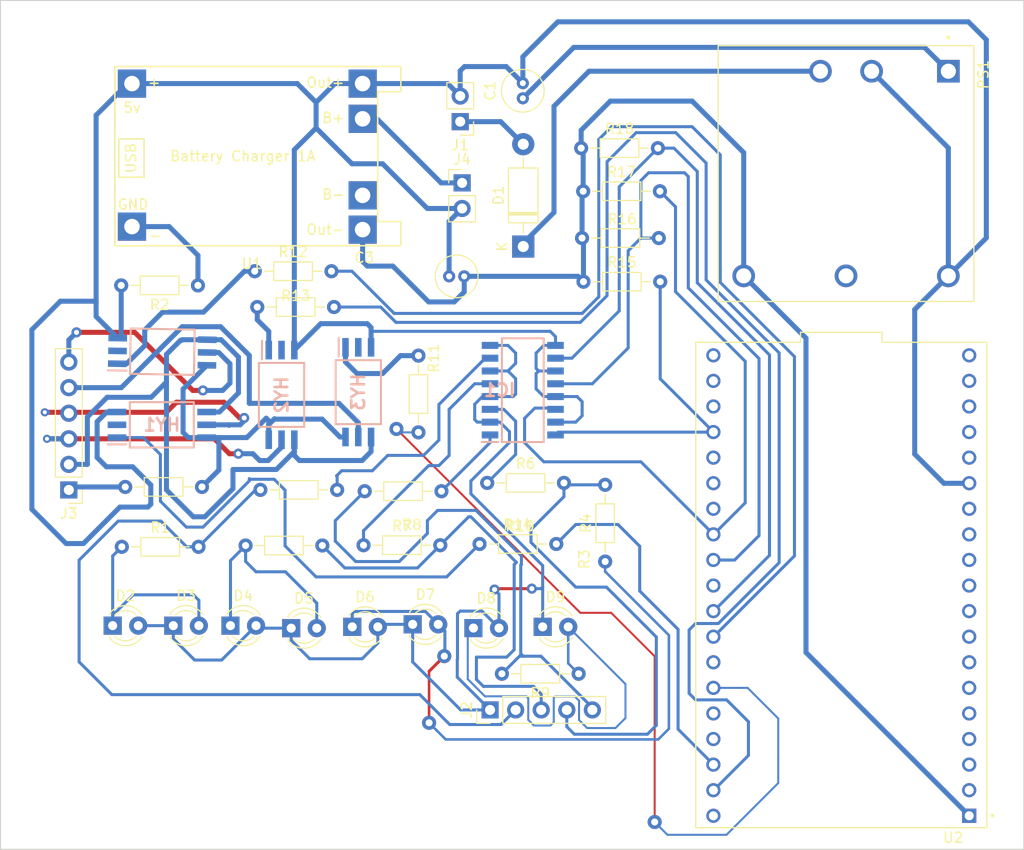
<source format=kicad_pcb>
(kicad_pcb (version 20240108) (generator "pcbnew") (generator_version "8.0")
  (layers (0 "F.Cu" signal) (31 "B.Cu" signal) (34 "B.Paste" user) (35 "F.Paste" user) (36 "B.SilkS" user "B.Silkscreen") (37 "F.SilkS" user "F.Silkscreen") (38 "B.Mask" user) (39 "F.Mask" user) (44 "Edge.Cuts" user))
  (net 0 "")
  (net 1 "GND")
  (net 2 "Net-(D2-K)")
  (net 3 "Net-(D4-K)")
  (net 4 "Net-(D6-K)")
  (net 5 "Net-(D8-K)")
  (net 6 "Net-(HY1-ANODE)")
  (net 8 "Net-(HY1-VSS)")
  (net 9 "Net-(HY1-VO)")
  (net 10 "Net-(HY1-VDD)")
  (net 11 "Net-(HY2-ANODE)")
  (net 13 "Net-(HY2-VO)")
  (net 14 "Net-(HY3-ANODE)")
  (net 16 "Net-(HY3-VO)")
  (net 17 "Net-(HY4-ANODE)")
  (net 19 "Net-(HY4-VO)")
  (net 20 "Net-(IC1-ANODE_1)")
  (net 21 "Net-(IC1-ANODE_2)")
  (net 22 "Net-(IC1-ANODE_3)")
  (net 23 "Net-(IC1-ANODE_4)")
  (net 24 "Net-(IC1-COLLECTOR_1)")
  (net 25 "Net-(IC1-COLLECTOR_2)")
  (net 26 "Net-(IC1-COLLECTOR_3)")
  (net 27 "Net-(IC1-COLLECTOR_4)")
  (net 28 "Net-(J3-Pin_1)")
  (net 30 "Net-(U1-PROG)")
  (net 60 "Net-(U1-BAT)")
  (net 61 "Comm")
  (net 62 "p5")
  (net 63 "p4")
  (net 64 "p3")
  (net 65 "p2")
  (net 66 "3v3")
  (net 67 "Net-(D1-K)")
  (net 68 "Net-(D1-A)")
  (net 69 "Net-(U2-IO21)")
  (net 70 "Net-(U2-IO19)")
  (net 71 "Net-(U2-IO23)")
  (net 72 "Net-(U2-IO22)")
  (net 73 "Net-(PS1-CTRL)")
  (footprint "Resistor_THT:R_Axial_DIN0204_L3.6mm_D1.6mm_P7.62mm_Horizontal" (layer "F.Cu") (at 96.98 77.61 180)
    (property "Reference" "R2")
    (property "Value" "R")
  )
  (footprint "LED_THT:LED_D3.0mm" (layer "F.Cu") (at 131.208 111.513)
    (property "Reference" "D9")
    (property "Value" "LED")
  )
  (footprint "Capacitor_THT:C_Radial_D4.0mm_H5.0mm_P1.50mm" (layer "F.Cu") (at 123.42 76.708 180)
    (property "Reference" "C3")
    (property "Value" "C")
  )
  (footprint "ESP32-DEVKITS:MODULE_ESP32-DEVKITS" (layer "F.Cu") (at 160.86 107.36 180)
    (property "Reference" "U2")
    (property "Value" "ESP32-DEVKITS")
  )
  (footprint "LED_THT:LED_D3.0mm" (layer "F.Cu") (at 106.238 111.643)
    (property "Reference" "D5")
    (property "Value" "LED")
  )
  (footprint "LED_THT:LED_D3.0mm" (layer "F.Cu") (at 124.333 111.633)
    (property "Reference" "D8")
    (property "Value" "LED")
  )
  (footprint "Resistor_THT:R_Axial_DIN0204_L3.6mm_D1.6mm_P7.62mm_Horizontal" (layer "F.Cu") (at 102.616 76.2)
    (property "Reference" "R12")
    (property "Value" "R")
  )
  (footprint "Resistor_THT:R_Axial_DIN0204_L3.6mm_D1.6mm_P7.62mm_Horizontal" (layer "F.Cu") (at 89.421 103.565)
    (property "Reference" "R1")
    (property "Value" "R")
  )
  (footprint "Resistor_THT:R_Axial_DIN0204_L3.6mm_D1.6mm_P7.62mm_Horizontal" (layer "F.Cu") (at 135.12 72.91)
    (property "Reference" "R16")
    (property "Value" "R")
  )
  (footprint "Resistor_THT:R_Axial_DIN0204_L3.6mm_D1.6mm_P7.62mm_Horizontal" (layer "F.Cu") (at 113.421 103.405)
    (property "Reference" "R7")
    (property "Value" "R")
  )
  (footprint "Connector_PinHeader_2.54mm:PinHeader_1x06_P2.54mm_Vertical" (layer "F.Cu") (at 84.16 97.92 180)
    (property "Reference" "J3")
    (property "Value" "Conn_01x06_Pin")
  )
  (footprint "Resistor_THT:R_Axial_DIN0204_L3.6mm_D1.6mm_P7.62mm_Horizontal" (layer "F.Cu") (at 137.414 105.029 90)
    (property "Reference" "R4")
    (property "Value" "R")
  )
  (footprint "TP4056-18650-master:TP4056-18650" (layer "F.Cu") (at 88.73 55.87)
    (property "Reference" "U1")
    (property "Value" "TP4056")
  )
  (footprint "Capacitor_THT:C_Radial_D4.0mm_H5.0mm_P1.50mm" (layer "F.Cu") (at 129.24 59.03 90)
    (property "Reference" "C1")
    (property "Value" "C")
  )
  (footprint "Resistor_THT:R_Axial_DIN0204_L3.6mm_D1.6mm_P7.62mm_Horizontal" (layer "F.Cu") (at 110.8 97.91 180)
    (property "Reference" "R8")
    (property "Value" "R")
  )
  (footprint "Resistor_THT:R_Axial_DIN0204_L3.6mm_D1.6mm_P7.62mm_Horizontal" (layer "F.Cu") (at 135.03 63.98)
    (property "Reference" "R18")
    (property "Value" "R")
  )
  (footprint "Resistor_THT:R_Axial_DIN0204_L3.6mm_D1.6mm_P7.62mm_Horizontal" (layer "F.Cu") (at 97.38 97.62 180)
    (property "Reference" "R10")
    (property "Value" "R")
  )
  (footprint "LED_THT:LED_D3.0mm" (layer "F.Cu") (at 94.533 111.393)
    (property "Reference" "D3")
    (property "Value" "LED")
  )
  (footprint "Resistor_THT:R_Axial_DIN0204_L3.6mm_D1.6mm_P7.62mm_Horizontal" (layer "F.Cu") (at 134.78 116.17 180)
    (property "Reference" "R9")
    (property "Value" "R")
  )
  (footprint "Resistor_THT:R_Axial_DIN0204_L3.6mm_D1.6mm_P7.62mm_Horizontal" (layer "F.Cu") (at 101.711 103.435)
    (property "Reference" "R3")
    (property "Value" "R")
  )
  (footprint "LED_THT:LED_D3.0mm" (layer "F.Cu") (at 112.303 111.513)
    (property "Reference" "D6")
    (property "Value" "LED")
  )
  (footprint "Connector_PinHeader_2.54mm:PinHeader_1x02_P2.54mm_Vertical" (layer "F.Cu") (at 123.02 61.35 180)
    (property "Reference" "J1")
    (property "Value" "1725656")
  )
  (footprint "Connector_PinHeader_2.54mm:PinHeader_1x05_P2.54mm_Vertical" (layer "F.Cu") (at 125.984 119.761 90)
    (property "Reference" "J2")
    (property "Value" "Conn_01x05_Pin")
  )
  (footprint "Resistor_THT:R_Axial_DIN0204_L3.6mm_D1.6mm_P7.62mm_Horizontal" (layer "F.Cu") (at 125.7 97.22)
    (property "Reference" "R6")
    (property "Value" "~")
  )
  (footprint "Connector_PinHeader_2.54mm:PinHeader_1x02_P2.54mm_Vertical" (layer "F.Cu") (at 123.21 67.43)
    (property "Reference" "J4")
    (property "Value" "1725656")
  )
  (footprint "Diode_THT:D_DO-41_SOD81_P10.16mm_Horizontal" (layer "F.Cu") (at 129.28 73.75 90)
    (property "Reference" "D1")
    (property "Value" "1N4007")
  )
  (footprint "Resistor_THT:R_Axial_DIN0204_L3.6mm_D1.6mm_P7.62mm_Horizontal" (layer "F.Cu") (at 102.87 79.756)
    (property "Reference" "R13")
    (property "Value" "R")
  )
  (footprint "Resistor_THT:R_Axial_DIN0204_L3.6mm_D1.6mm_P7.62mm_Horizontal" (layer "F.Cu") (at 124.941 103.285)
    (property "Reference" "R14")
    (property "Value" "R")
  )
  (footprint "Resistor_THT:R_Axial_DIN0204_L3.6mm_D1.6mm_P7.62mm_Horizontal" (layer "F.Cu") (at 121.158 98.044 180)
    (property "Reference" "R5" (hide yes))
    (property "Value" "R")
  )
  (footprint "Resistor_THT:R_Axial_DIN0204_L3.6mm_D1.6mm_P7.62mm_Horizontal" (layer "F.Cu") (at 135.26 77.24)
    (property "Reference" "R15")
    (property "Value" "R")
  )
  (footprint "LED_THT:LED_D3.0mm" (layer "F.Cu") (at 118.298 111.263)
    (property "Reference" "D7")
    (property "Value" "LED")
  )
  (footprint "Resistor_THT:R_Axial_DIN0204_L3.6mm_D1.6mm_P7.62mm_Horizontal" (layer "F.Cu") (at 135.23 68.26)
    (property "Reference" "R17")
    (property "Value" "R")
  )
  (footprint "LED_THT:LED_D3.0mm" (layer "F.Cu") (at 100.208 111.393)
    (property "Reference" "D4")
    (property "Value" "LED")
  )
  (footprint "Resistor_THT:R_Axial_DIN0204_L3.6mm_D1.6mm_P7.62mm_Horizontal" (layer "F.Cu") (at 118.872 84.582 -90)
    (property "Reference" "R11")
    (property "Value" "R")
  )
  (footprint "LED_THT:LED_D3.0mm" (layer "F.Cu") (at 88.513 111.393)
    (property "Reference" "D2")
    (property "Value" "LED")
  )
  (footprint "URB2405YMD_20WR3 (1):CONV_URB2405YMD-20WR3" (layer "F.Cu") (at 161.33 66.5025 -90)
    (property "Reference" "PS1")
    (property "Value" "URB2405YMD-20WR3")
  )
  (footprint "FOD8314:SOIC127P970X348-6N" (layer "B.Cu") (at 105.28 88.48 -90)
    (property "Reference" "HY2")
    (property "Value" "FOD8314" (hide yes))
  )
  (footprint "TLP:SOIC127P700X230-16N" (layer "B.Cu") (at 129.234 88.011)
    (property "Reference" "IC1")
    (property "Value" "TLP291-4_GB-TP,E_" (hide yes))
  )
  (footprint "FOD8314:SOIC127P970X348-6N" (layer "B.Cu") (at 112.9 88.21 -90)
    (property "Reference" "HY3")
    (property "Value" "FOD8314" (hide yes))
  )
  (footprint "FOD8314:SOIC127P970X348-6N" (layer "B.Cu") (at 93.442842 84.19253 -1)
    (property "Reference" "HY4" (hide yes))
    (property "Value" "FOD8314" (hide yes))
  )
  (footprint "FOD8314:SOIC127P970X348-6N" (layer "B.Cu") (at 93.39 91.45)
    (property "Reference" "HY1")
    (property "Value" "FOD8314" (hide yes))
  )
  (gr_line (start 77.375 133.6) (end 178.975 133.6) (stroke (width 0.1)) (layer "Edge.Cuts"))
  (gr_line (start 77.375 49.32) (end 77.375 133.6) (stroke (width 0.1)) (layer "Edge.Cuts"))
  (gr_line (start 178.975 49.32) (end 178.975 133.6) (stroke (width 0.1)) (layer "Edge.Cuts"))
  (gr_line (start 83.325 49.32) (end 178.975 49.32) (stroke (width 0.1)) (layer "Edge.Cuts"))
  (gr_line (start 77.375 49.32) (end 83.325 49.32) (stroke (width 0.1)) (layer "Edge.Cuts"))
  (segment (start 113.792 81.407) (end 109.173 81.407) (width 0.5) (layer "B.Cu") (net 1))
  (segment (start 130.81 86.106) (end 130.556 86.36) (width 0.3) (layer "B.Cu") (net 1))
  (segment (start 175.26 53.213) (end 173.482 51.435) (width 0.5) (layer "B.Cu") (net 1))
  (segment (start 87.93 90.18) (end 86.97 91.14) (width 0.5) (layer "B.Cu") (net 1))
  (segment (start 132.484 82.7) (end 131.953 82.169) (width 0.3) (layer "B.Cu") (net 1))
  (segment (start 134.493 91.186) (end 132.484 91.186) (width 0.3) (layer "B.Cu") (net 1))
  (segment (start 80.49 82.01) (end 83.32 79.18) (width 0.5) (layer "B.Cu") (net 1))
  (segment (start 92.3 97.42) (end 92.3 99.33) (width 0.5) (layer "B.Cu") (net 1))
  (segment (start 130.81 86.106) (end 132.484 86.106) (width 0.3) (layer "B.Cu") (net 1))
  (segment (start 90.004 57.57) (end 90.43 57.57) (width 0.5) (layer "B.Cu") (net 1))
  (segment (start 89.36 77.61) (end 89.36 82.500744) (width 0.5) (layer "B.Cu") (net 1))
  (segment (start 171.047 97.26) (end 173.58 97.26) (width 0.5) (layer "B.Cu") (net 1))
  (segment (start 175.26 72.8925) (end 175.26 53.213) (width 0.5) (layer "B.Cu") (net 1))
  (segment (start 130.556 85.852) (end 130.81 86.106) (width 0.3) (layer "B.Cu") (net 1))
  (segment (start 80.49 99.84) (end 80.49 82.01) (width 0.5) (layer "B.Cu") (net 1))
  (segment (start 114.17 81.785) (end 113.792 81.407) (width 0.5) (layer "B.Cu") (net 1))
  (segment (start 90.5 95.62) (end 92.3 97.42) (width 0.5) (layer "B.Cu") (net 1))
  (segment (start 86.97 94.7) (end 87.89 95.62) (width 0.5) (layer "B.Cu") (net 1))
  (segment (start 110.578 57.57) (end 108.712 59.436) (width 0.5) (layer "B.Cu") (net 1))
  (segment (start 123.444 55.88) (end 127.59 55.88) (width 0.5) (layer "B.Cu") (net 1))
  (segment (start 134.62 88.646) (end 135.128 89.154) (width 0.3) (layer "B.Cu") (net 1))
  (segment (start 132.484 83.566) (end 132.484 82.7) (width 0.3) (layer "B.Cu") (net 1))
  (segment (start 108.712 59.436) (end 106.846 57.57) (width 0.5) (layer "B.Cu") (net 1))
  (segment (start 88.94 90.18) (end 87.93 90.18) (width 0.5) (layer "B.Cu") (net 1))
  (segment (start 106.846 57.57) (end 90.43 57.57) (width 0.5) (layer "B.Cu") (net 1))
  (segment (start 132.484 83.566) (end 131.318 83.566) (width 0.3) (layer "B.Cu") (net 1))
  (segment (start 132.715 51.435) (end 129.24 54.91) (width 0.5) (layer "B.Cu") (net 1))
  (segment (start 113.33 57.57) (end 110.578 57.57) (width 0.5) (layer "B.Cu") (net 1))
  (segment (start 130.556 86.36) (end 130.556 87.884) (width 0.3) (layer "B.Cu") (net 1))
  (segment (start 121.78 57.57) (end 123.02 58.81) (width 0.5) (layer "B.Cu") (net 1))
  (segment (start 92.01 99.62) (end 89.23 99.62) (width 0.5) (layer "B.Cu") (net 1))
  (segment (start 121.92 76.708) (end 121.92 71.26) (width 0.5) (layer "B.Cu") (net 1))
  (segment (start 119.754 69.97) (end 123.21 69.97) (width 0.5) (layer "B.Cu") (net 1))
  (segment (start 135.128 90.551) (end 134.493 91.186) (width 0.3) (layer "B.Cu") (net 1))
  (segment (start 163.87 56.3425) (end 171.49 63.9625) (width 0.5) (layer "B.Cu") (net 1))
  (segment (start 173.482 51.435) (end 132.715 51.435) (width 0.5) (layer "B.Cu") (net 1))
  (segment (start 89.23 99.62) (end 85.61 103.24) (width 0.5) (layer "B.Cu") (net 1))
  (segment (start 108.712 61.976) (end 112.268 65.532) (width 0.5) (layer "B.Cu") (net 1))
  (segment (start 85.61 103.24) (end 83.89 103.24) (width 0.5) (layer "B.Cu") (net 1))
  (segment (start 86.868 80.697376) (end 86.868 79.3) (width 0.5) (layer "B.Cu") (net 1))
  (segment (start 86.868 79.3) (end 86.868 60.706) (width 0.5) (layer "B.Cu") (net 1))
  (segment (start 112.268 65.532) (end 115.316 65.532) (width 0.5) (layer "B.Cu") (net 1))
  (segment (start 115.316 65.532) (end 119.754 69.97) (width 0.5) (layer "B.Cu") (net 1))
  (segment (start 89.36 82.500744) (end 89.015684 82.84506) (width 0.5) (layer "B.Cu") (net 1))
  (segment (start 171.49 63.9625) (end 171.49 76.6625) (width 0.5) (layer "B.Cu") (net 1))
  (segment (start 114.17 82.169) (end 114.17 83.76) (width 0.3) (layer "B.Cu") (net 1))
  (segment (start 114.17 83.76) (end 114.17 81.785) (width 0.5) (layer "B.Cu") (net 1))
  (segment (start 131.318 88.646) (end 132.484 88.646) (width 0.3) (layer "B.Cu") (net 1))
  (segment (start 131.318 83.566) (end 130.556 84.328) (width 0.3) (layer "B.Cu") (net 1))
  (segment (start 131.953 82.169) (end 114.17 82.169) (width 0.3) (layer "B.Cu") (net 1))
  (segment (start 106.55 64.138) (end 106.55 84.03) (width 0.5) (layer "B.Cu") (net 1))
  (segment (start 92.3 99.33) (end 92.01 99.62) (width 0.5) (layer "B.Cu") (net 1))
  (segment (start 168.148 80.0045) (end 168.148 94.361) (width 0.5) (layer "B.Cu") (net 1))
  (segment (start 108.712 59.436) (end 108.712 61.976) (width 0.5) (layer "B.Cu") (net 1))
  (segment (start 121.92 71.26) (end 123.21 69.97) (width 0.5) (layer "B.Cu") (net 1))
  (segment (start 130.556 87.884) (end 131.318 88.646) (width 0.3) (layer "B.Cu") (net 1))
  (segment (start 83.89 103.24) (end 80.49 99.84) (width 0.5) (layer "B.Cu") (net 1))
  (segment (start 135.128 89.154) (end 135.128 90.551) (width 0.3) (layer "B.Cu") (net 1))
  (segment (start 89.015684 82.84506) (end 86.868 80.697376) (width 0.5) (layer "B.Cu") (net 1))
  (segment (start 86.868 60.706) (end 90.004 57.57) (width 0.5) (layer "B.Cu") (net 1))
  (segment (start 86.748 79.18) (end 86.868 79.3) (width 0.5) (layer "B.Cu") (net 1))
  (segment (start 123.02 56.304) (end 123.444 55.88) (width 0.5) (layer "B.Cu") (net 1))
  (segment (start 109.173 81.407) (end 106.55 84.03) (width 0.5) (layer "B.Cu") (net 1))
  (segment (start 168.148 94.361) (end 171.047 97.26) (width 0.5) (layer "B.Cu") (net 1))
  (segment (start 130.556 84.328) (end 130.556 85.852) (width 0.3) (layer "B.Cu") (net 1))
  (segment (start 171.49 76.6625) (end 175.26 72.8925) (width 0.5) (layer "B.Cu") (net 1))
  (segment (start 171.49 76.6625) (end 168.148 80.0045) (width 0.5) (layer "B.Cu") (net 1))
  (segment (start 108.712 61.976) (end 106.55 64.138) (width 0.5) (layer "B.Cu") (net 1))
  (segment (start 86.97 91.14) (end 86.97 94.7) (width 0.5) (layer "B.Cu") (net 1))
  (segment (start 127.59 55.88) (end 129.24 57.53) (width 0.5) (layer "B.Cu") (net 1))
  (segment (start 129.24 54.91) (end 129.24 57.53) (width 0.5) (layer "B.Cu") (net 1))
  (segment (start 132.484 88.646) (end 134.62 88.646) (width 0.3) (layer "B.Cu") (net 1))
  (segment (start 123.02 58.81) (end 123.02 56.304) (width 0.5) (layer "B.Cu") (net 1))
  (segment (start 113.33 57.57) (end 121.78 57.57) (width 0.5) (layer "B.Cu") (net 1))
  (segment (start 83.32 79.18) (end 86.748 79.18) (width 0.5) (layer "B.Cu") (net 1))
  (segment (start 87.89 95.62) (end 90.5 95.62) (width 0.5) (layer "B.Cu") (net 1))
  (segment (start 97.073 108.884) (end 96.52 108.331) (width 0.3) (layer "B.Cu") (net 2))
  (segment (start 97.073 111.393) (end 97.073 108.884) (width 0.3) (layer "B.Cu") (net 2))
  (segment (start 96.52 108.331) (end 90.545 108.331) (width 0.3) (layer "B.Cu") (net 2))
  (segment (start 90.545 108.331) (end 88.513 110.363) (width 0.3) (layer "B.Cu") (net 2))
  (segment (start 88.513 104.473) (end 89.421 103.565) (width 0.3) (layer "B.Cu") (net 2))
  (segment (start 88.513 111.393) (end 88.513 110.363) (width 0.3) (layer "B.Cu") (net 2))
  (segment (start 88.513 110.363) (end 88.513 104.473) (width 0.3) (layer "B.Cu") (net 2))
  (segment (start 105.664 106.045) (end 102.743 106.045) (width 0.3) (layer "B.Cu") (net 3))
  (segment (start 101.711 103.435) (end 100.208 104.938) (width 0.3) (layer "B.Cu") (net 3))
  (segment (start 102.743 106.045) (end 101.711 105.013) (width 0.3) (layer "B.Cu") (net 3))
  (segment (start 101.711 105.013) (end 101.711 103.435) (width 0.3) (layer "B.Cu") (net 3))
  (segment (start 108.778 111.643) (end 108.778 109.159) (width 0.3) (layer "B.Cu") (net 3))
  (segment (start 108.778 109.159) (end 105.664 106.045) (width 0.3) (layer "B.Cu") (net 3))
  (segment (start 100.208 104.938) (end 100.208 111.393) (width 0.3) (layer "B.Cu") (net 3))
  (segment (start 119.93 121.04) (end 119.93 115.93) (width 0.254) (layer "F.Cu") (net 4))
  (segment (start 121.44 114.42) (end 119.93 115.93) (width 0.3) (layer "F.Cu") (net 4))
  (via (at 121.44 114.42) (size 1.4) (drill 0.7) (layers "F.Cu" "B.Cu") (net 4))
  (via (at 119.93 121.04) (size 1.4) (drill 0.7) (layers "F.Cu" "B.Cu") (net 4))
  (segment (start 112.303 110.201) (end 112.303 111.513) (width 0.3) (layer "B.Cu") (net 4))
  (segment (start 143.74 112.344949) (end 137.414 106.018949) (width 0.254) (layer "B.Cu") (net 4))
  (segment (start 119.557 109.982) (end 112.522 109.982) (width 0.3) (layer "B.Cu") (net 4))
  (segment (start 121.5 114.36) (end 121.5 111.925) (width 0.3) (layer "B.Cu") (net 4))
  (segment (start 142.68 122.69) (end 143.74 121.63) (width 0.254) (layer "B.Cu") (net 4))
  (segment (start 120.838 111.263) (end 119.557 109.982) (width 0.3) (layer "B.Cu") (net 4))
  (segment (start 121.58 122.69) (end 142.68 122.69) (width 0.254) (layer "B.Cu") (net 4))
  (segment (start 121.44 114.42) (end 121.5 114.36) (width 0.3) (layer "B.Cu") (net 4))
  (segment (start 137.414 106.018949) (end 137.414 105.029) (width 0.254) (layer "B.Cu") (net 4))
  (segment (start 143.74 121.63) (end 143.74 112.344949) (width 0.254) (layer "B.Cu") (net 4))
  (segment (start 121.5 111.925) (end 120.838 111.263) (width 0.3) (layer "B.Cu") (net 4))
  (segment (start 112.522 109.982) (end 112.303 110.201) (width 0.3) (layer "B.Cu") (net 4))
  (segment (start 119.93 121.04) (end 121.58 122.69) (width 0.254) (layer "B.Cu") (net 4))
  (segment (start 135.62 121.56) (end 138.44 121.56) (width 0.2) (layer "B.Cu") (net 5))
  (segment (start 131.97 121.31) (end 132.31 120.97) (width 0.2) (layer "B.Cu") (net 5))
  (segment (start 132.31 120.97) (end 132.31 118.55) (width 0.2) (layer "B.Cu") (net 5))
  (segment (start 132.31 118.55) (end 132.43 118.43) (width 0.2) (layer "B.Cu") (net 5))
  (segment (start 134.82 118.846396) (end 134.82 120.76) (width 0.2) (layer "B.Cu") (net 5))
  (segment (start 129.59 118.41) (end 129.78 118.6) (width 0.2) (layer "B.Cu") (net 5))
  (segment (start 139.43 120.57) (end 139.43 117.195) (width 0.2) (layer "B.Cu") (net 5))
  (segment (start 129.78 118.6) (end 129.78 120.75) (width 0.2) (layer "B.Cu") (net 5))
  (segment (start 133.748 115.138) (end 134.78 116.17) (width 0.254) (layer "B.Cu") (net 5))
  (segment (start 125.48 118.41) (end 129.59 118.41) (width 0.2) (layer "B.Cu") (net 5))
  (segment (start 134.82 120.76) (end 135.62 121.56) (width 0.2) (layer "B.Cu") (net 5))
  (segment (start 123.77 112.196) (end 123.77 116.7) (width 0.2) (layer "B.Cu") (net 5))
  (segment (start 138.44 121.56) (end 139.43 120.57) (width 0.2) (layer "B.Cu") (net 5))
  (segment (start 124.333 111.633) (end 123.77 112.196) (width 0.2) (layer "B.Cu") (net 5))
  (segment (start 132.43 118.43) (end 134.403604 118.43) (width 0.2) (layer "B.Cu") (net 5))
  (segment (start 134.403604 118.43) (end 134.82 118.846396) (width 0.2) (layer "B.Cu") (net 5))
  (segment (start 130.34 121.31) (end 131.97 121.31) (width 0.2) (layer "B.Cu") (net 5))
  (segment (start 133.748 111.513) (end 133.748 115.138) (width 0.254) (layer "B.Cu") (net 5))
  (segment (start 139.43 117.195) (end 133.748 111.513) (width 0.2) (layer "B.Cu") (net 5))
  (segment (start 129.78 120.75) (end 130.34 121.31) (width 0.2) (layer "B.Cu") (net 5))
  (segment (start 123.77 116.7) (end 125.48 118.41) (width 0.2) (layer "B.Cu") (net 5))
  (segment (start 105.63 97.94) (end 104.55 96.86) (width 0.3) (layer "B.Cu") (net 6))
  (segment (start 97.485528 101.61) (end 95.83 101.61) (width 0.3) (layer "B.Cu") (net 6))
  (segment (start 104.55 96.86) (end 102.14 96.86) (width 0.3) (layer "B.Cu") (net 6))
  (segment (start 121.673 106.553) (end 108.712 106.553) (width 0.3) (layer "B.Cu") (net 6))
  (segment (start 93.253 99.033) (end 93.253 94.403) (width 0.3) (layer "B.Cu") (net 6))
  (segment (start 124.941 103.285) (end 121.673 106.553) (width 0.3) (layer "B.Cu") (net 6))
  (segment (start 108.712 106.553) (end 105.63 103.471) (width 0.3) (layer "B.Cu") (net 6))
  (segment (start 93.253 94.403) (end 91.57 92.72) (width 0.3) (layer "B.Cu") (net 6))
  (segment (start 105.63 103.471) (end 105.63 97.94) (width 0.3) (layer "B.Cu") (net 6))
  (segment (start 95.83 101.61) (end 93.253 99.033) (width 0.3) (layer "B.Cu") (net 6))
  (segment (start 102.08 97.015528) (end 97.485528 101.61) (width 0.3) (layer "B.Cu") (net 6))
  (segment (start 102.14 96.86) (end 102.08 96.8) (width 0.3) (layer "B.Cu") (net 6))
  (segment (start 91.57 92.72) (end 88.94 92.72) (width 0.3) (layer "B.Cu") (net 6))
  (segment (start 102.08 96.8) (end 102.08 97.015528) (width 0.3) (layer "B.Cu") (net 6))
  (segment (start 95.377 83.058) (end 95.434613 83.000387) (width 0.5) (layer "B.Cu") (net 8))
  (segment (start 114.17 94.11) (end 114.17 92.66) (width 0.5) (layer "B.Cu") (net 8))
  (segment (start 85.99 95.38) (end 86 95.37) (width 0.5) (layer "B.Cu") (net 8))
  (segment (start 92.333 88.72) (end 93.853 87.2) (width 0.5) (layer "B.Cu") (net 8))
  (segment (start 113.284 94.996) (end 114.17 94.11) (width 0.5) (layer "B.Cu") (net 8))
  (segment (start 97.663 100.584) (end 96.52 100.584) (width 0.5) (layer "B.Cu") (net 8))
  (segment (start 84.16 95.38) (end 85.99 95.38) (width 0.5) (layer "B.Cu") (net 8))
  (segment (start 106.55 94.485) (end 107.061 94.996) (width 0.5) (layer "B.Cu") (net 8))
  (segment (start 101 84.72) (end 99.280387 83.000387) (width 0.5) (layer "B.Cu") (net 8))
  (segment (start 99.11 90.18) (end 101 88.29) (width 0.5) (layer "B.Cu") (net 8))
  (segment (start 93.853 87.2) (end 93.853 86.995) (width 0.5) (layer "B.Cu") (net 8))
  (segment (start 96.52 100.584) (end 93.853 97.917) (width 0.5) (layer "B.Cu") (net 8))
  (segment (start 100.457 95.885) (end 100.457 97.79) (width 0.5) (layer "B.Cu") (net 8))
  (segment (start 106.55 92.93) (end 106.55 94.107) (width 0.5) (layer "B.Cu") (net 8))
  (segment (start 101 88.29) (end 101 84.72) (width 0.5) (layer "B.Cu") (net 8))
  (segment (start 86 90.68) (end 87.96 88.72) (width 0.5) (layer "B.Cu") (net 8))
  (segment (start 86 95.37) (end 86 90.68) (width 0.5) (layer "B.Cu") (net 8))
  (segment (start 93.853 86.995) (end 93.853 84.455) (width 0.5) (layer "B.Cu") (net 8))
  (segment (start 99.280387 83.000387) (end 97.914329 83.000387) (width 0.5) (layer "B.Cu") (net 8))
  (segment (start 93.853 97.917) (end 93.853 87.2) (width 0.5) (layer "B.Cu") (net 8))
  (segment (start 95.434613 83.000387) (end 97.914329 83.000387) (width 0.5) (layer "B.Cu") (net 8))
  (segment (start 106.55 94.107) (end 104.772 95.885) (width 0.5) (layer "B.Cu") (net 8))
  (segment (start 97.84 90.18) (end 99.11 90.18) (width 0.5) (layer "B.Cu") (net 8))
  (segment (start 95.25 83.058) (end 95.377 83.058) (width 0.5) (layer "B.Cu") (net 8))
  (segment (start 87.96 88.72) (end 92.333 88.72) (width 0.5) (layer "B.Cu") (net 8))
  (segment (start 93.853 84.455) (end 95.25 83.058) (width 0.5) (layer "B.Cu") (net 8))
  (segment (start 104.772 95.885) (end 100.457 95.885) (width 0.5) (layer "B.Cu") (net 8))
  (segment (start 107.061 94.996) (end 113.284 94.996) (width 0.5) (layer "B.Cu") (net 8))
  (segment (start 100.457 97.79) (end 97.663 100.584) (width 0.5) (layer "B.Cu") (net 8))
  (segment (start 106.55 94.107) (end 106.55 94.485) (width 0.5) (layer "B.Cu") (net 8))
  (segment (start 101.57 90.77) (end 101.13 90.77) (width 0.5) (layer "F.Cu") (net 9))
  (segment (start 93.84 90.21) (end 81.77 90.21) (width 0.5) (layer "F.Cu") (net 9))
  (segment (start 99.57 89.21) (end 94.84 89.21) (width 0.5) (layer "F.Cu") (net 9))
  (segment (start 94.84 89.21) (end 93.84 90.21) (width 0.5) (layer "F.Cu") (net 9))
  (segment (start 101.13 90.77) (end 99.57 89.21) (width 0.5) (layer "F.Cu") (net 9))
  (via (at 81.77 90.21) (size 0.8) (drill 0.4) (layers "F.Cu" "B.Cu") (net 9))
  (via (at 101.57 90.77) (size 1) (drill 0.5) (layers "F.Cu" "B.Cu") (net 9))
  (segment (start 100.01 91.45) (end 100.07 91.51) (width 0.5) (layer "B.Cu") (net 9))
  (segment (start 99.85 91.45) (end 97.84 91.45) (width 0.5) (layer "B.Cu") (net 9))
  (segment (start 82.05 90.21) (end 81.77 90.21) (width 0.5) (layer "B.Cu") (net 9))
  (segment (start 101.17 91.45) (end 100.01 91.45) (width 0.5) (layer "B.Cu") (net 9))
  (segment (start 101.79 90.83) (end 101.17 91.45) (width 0.5) (layer "B.Cu") (net 9))
  (segment (start 101.83 92.72) (end 103.755 90.795) (width 0.5) (layer "B.Cu") (net 10))
  (segment (start 97.38 97.62) (end 99.06 95.94) (width 0.5) (layer "B.Cu") (net 10))
  (segment (start 97.87 85.54) (end 95.504 87.906) (width 0.5) (layer "B.Cu") (net 10))
  (segment (start 104.01 91.42) (end 104.01 92.93) (width 0.5) (layer "B.Cu") (net 10))
  (segment (start 99.06 95.94) (end 99.06 92.73) (width 0.5) (layer "B.Cu") (net 10))
  (segment (start 104.01 91.05) (end 104.01 92.93) (width 0.5) (layer "B.Cu") (net 10))
  (segment (start 95.504 92.202) (end 96.022 92.72) (width 0.5) (layer "B.Cu") (net 10))
  (segment (start 111.63 92.66) (end 111.08 92.66) (width 0.5) (layer "B.Cu") (net 10))
  (segment (start 104.58 90.85) (end 104.01 91.42) (width 0.5) (layer "B.Cu") (net 10))
  (segment (start 97.84 92.72) (end 99.07 92.72) (width 0.5) (layer "B.Cu") (net 10))
  (segment (start 103.755 90.795) (end 104.01 91.05) (width 0.5) (layer "B.Cu") (net 10))
  (segment (start 96.022 92.72) (end 97.84 92.72) (width 0.5) (layer "B.Cu") (net 10))
  (segment (start 99.06 92.73) (end 99.07 92.72) (width 0.5) (layer "B.Cu") (net 10))
  (segment (start 99.07 92.72) (end 101.83 92.72) (width 0.5) (layer "B.Cu") (net 10))
  (segment (start 111.08 92.66) (end 109.31 90.89) (width 0.5) (layer "B.Cu") (net 10))
  (segment (start 95.504 87.906) (end 95.504 92.202) (width 0.5) (layer "B.Cu") (net 10))
  (segment (start 109.31 90.89) (end 104.62 90.89) (width 0.5) (layer "B.Cu") (net 10))
  (segment (start 104.62 90.89) (end 104.58 90.85) (width 0.5) (layer "B.Cu") (net 10))
  (segment (start 102.87 79.756) (end 102.87 81.026) (width 0.5) (layer "B.Cu") (net 11))
  (segment (start 104.01 82.166) (end 104.01 84.03) (width 0.5) (layer "B.Cu") (net 11))
  (segment (start 102.87 81.026) (end 104.01 82.166) (width 0.5) (layer "B.Cu") (net 11))
  (segment (start 100.1 94.32) (end 100.99 94.32) (width 0.5) (layer "F.Cu") (net 13))
  (segment (start 98.62 92.84) (end 100.1 94.32) (width 0.5) (layer "F.Cu") (net 13))
  (segment (start 81.99 92.84) (end 98.62 92.84) (width 0.5) (layer "F.Cu") (net 13))
  (via (at 81.99 92.84) (size 0.8) (drill 0.4) (layers "F.Cu" "B.Cu") (net 13))
  (via (at 100.99 94.32) (size 1) (drill 0.5) (layers "F.Cu" "B.Cu") (net 13))
  (segment (start 102.43 94.32) (end 103.11 95) (width 0.5) (layer "B.Cu") (net 13))
  (segment (start 105.28 93.67) (end 105.28 92.93) (width 0.5) (layer "B.Cu") (net 13))
  (segment (start 103.11 95) (end 103.95 95) (width 0.5) (layer "B.Cu") (net 13))
  (segment (start 84.16 92.84) (end 81.99 92.84) (width 0.5) (layer "B.Cu") (net 13))
  (segment (start 100.99 94.32) (end 102.43 94.32) (width 0.5) (layer "B.Cu") (net 13))
  (segment (start 103.95 95) (end 105.28 93.67) (width 0.5) (layer "B.Cu") (net 13))
  (segment (start 115.316 86.36) (end 117.094 84.582) (width 0.5) (layer "B.Cu") (net 14))
  (segment (start 111.63 85.214) (end 112.776 86.36) (width 0.5) (layer "B.Cu") (net 14))
  (segment (start 112.776 86.36) (end 115.316 86.36) (width 0.5) (layer "B.Cu") (net 14))
  (segment (start 111.63 83.76) (end 111.63 85.214) (width 0.5) (layer "B.Cu") (net 14))
  (segment (start 117.094 84.582) (end 118.872 84.582) (width 0.5) (layer "B.Cu") (net 14))
  (segment (start 89.37 87.76) (end 95.42 81.71) (width 0.5) (layer "B.Cu") (net 16))
  (segment (start 102.08 89.32) (end 110.985 89.32) (width 0.5) (layer "B.Cu") (net 16))
  (segment (start 99.23 81.71) (end 102.08 84.56) (width 0.5) (layer "B.Cu") (net 16))
  (segment (start 110.985 89.32) (end 112.9 91.235) (width 0.5) (layer "B.Cu") (net 16))
  (segment (start 95.42 81.71) (end 99.23 81.71) (width 0.5) (layer "B.Cu") (net 16))
  (segment (start 84.16 87.76) (end 89.37 87.76) (width 0.5) (layer "B.Cu") (net 16))
  (segment (start 112.9 91.235) (end 112.9 92.66) (width 0.5) (layer "B.Cu") (net 16))
  (segment (start 102.08 84.56) (end 102.08 89.32) (width 0.5) (layer "B.Cu") (net 16))
  (segment (start 93.472 80.264) (end 91.694 82.042) (width 0.5) (layer "B.Cu") (net 17))
  (segment (start 97.536 80.264) (end 93.472 80.264) (width 0.5) (layer "B.Cu") (net 17))
  (segment (start 91.694 83.587169) (end 91.694 82.042) (width 0.5) (layer "B.Cu") (net 17))
  (segment (start 88.971355 85.384673) (end 89.896496 85.384673) (width 0.5) (layer "B.Cu") (net 17))
  (segment (start 102.616 76.2) (end 101.6 76.2) (width 0.5) (layer "B.Cu") (net 17))
  (segment (start 89.896496 85.384673) (end 91.694 83.587169) (width 0.5) (layer "B.Cu") (net 17))
  (segment (start 101.6 76.2) (end 97.536 80.264) (width 0.5) (layer "B.Cu") (net 17))
  (segment (start 96.47 88.04) (end 97.47 88.04) (width 0.5) (layer "F.Cu") (net 19))
  (segment (start 96.19 87.76) (end 96.47 88.04) (width 0.5) (layer "F.Cu") (net 19))
  (segment (start 84.92 82.27) (end 90.7 82.27) (width 0.5) (layer "F.Cu") (net 19))
  (segment (start 90.7 82.27) (end 96.19 87.76) (width 0.5) (layer "F.Cu") (net 19))
  (via (at 84.92 82.27) (size 1) (drill 0.5) (layers "F.Cu" "B.Cu") (net 19))
  (via (at 97.47 88.04) (size 1) (drill 0.5) (layers "F.Cu" "B.Cu") (net 19))
  (segment (start 84.16 83.03) (end 84.92 82.27) (width 0.5) (layer "B.Cu") (net 19))
  (segment (start 100.16 87.31) (end 99.43 88.04) (width 0.5) (layer "B.Cu") (net 19))
  (segment (start 84.16 85.22) (end 84.16 83.03) (width 0.5) (layer "B.Cu") (net 19))
  (segment (start 99.040193 84.270193) (end 100.16 85.39) (width 0.5) (layer "B.Cu") (net 19))
  (segment (start 99.43 88.04) (end 97.47 88.04) (width 0.5) (layer "B.Cu") (net 19))
  (segment (start 97.892164 84.270193) (end 99.040193 84.270193) (width 0.5) (layer "B.Cu") (net 19))
  (segment (start 100.16 85.39) (end 100.16 87.31) (width 0.5) (layer "B.Cu") (net 19))
  (segment (start 125.984 92.456) (end 125.984 93.218) (width 0.3) (layer "B.Cu") (net 20))
  (segment (start 125.984 93.218) (end 121.158 98.044) (width 0.3) (layer "B.Cu") (net 20))
  (segment (start 128.524 91.094) (end 128.524 94.396) (width 0.3) (layer "B.Cu") (net 21))
  (segment (start 125.984 89.916) (end 127.346 89.916) (width 0.3) (layer "B.Cu") (net 21))
  (segment (start 127.346 89.916) (end 128.524 91.094) (width 0.3) (layer "B.Cu") (net 21))
  (segment (start 128.524 94.396) (end 125.7 97.22) (width 0.3) (layer "B.Cu") (net 21))
  (segment (start 125.984 87.376) (end 124.46 87.376) (width 0.3) (layer "B.Cu") (net 22))
  (segment (start 121.92 94.488) (end 120.904 95.504) (width 0.3) (layer "B.Cu") (net 22))
  (segment (start 124.46 87.376) (end 121.92 89.916) (width 0.3) (layer "B.Cu") (net 22))
  (segment (start 120.904 95.504) (end 119.888 95.504) (width 0.3) (layer "B.Cu") (net 22))
  (segment (start 121.92 89.916) (end 121.92 94.488) (width 0.3) (layer "B.Cu") (net 22))
  (segment (start 119.888 95.504) (end 113.421 101.971) (width 0.3) (layer "B.Cu") (net 22))
  (segment (start 113.421 101.971) (end 113.421 103.405) (width 0.3) (layer "B.Cu") (net 22))
  (segment (start 125.509 84.836) (end 120.904 89.441) (width 0.3) (layer "B.Cu") (net 23))
  (segment (start 125.984 84.836) (end 125.509 84.836) (width 0.3) (layer "B.Cu") (net 23))
  (segment (start 110.8 96.576) (end 110.8 97.91) (width 0.3) (layer "B.Cu") (net 23))
  (segment (start 120.904 92.964) (end 119.38 94.488) (width 0.3) (layer "B.Cu") (net 23))
  (segment (start 119.38 94.488) (end 115.824 94.488) (width 0.3) (layer "B.Cu") (net 23))
  (segment (start 114.3 96.012) (end 111.252 96.012) (width 0.3) (layer "B.Cu") (net 23))
  (segment (start 111.252 96.012) (end 110.744 96.52) (width 0.3) (layer "B.Cu") (net 23))
  (segment (start 120.904 89.441) (end 120.904 92.964) (width 0.3) (layer "B.Cu") (net 23))
  (segment (start 115.824 94.488) (end 114.3 96.012) (width 0.3) (layer "B.Cu") (net 23))
  (segment (start 110.744 96.52) (end 110.8 96.576) (width 0.3) (layer "B.Cu") (net 23))
  (segment (start 153.73 84.515) (end 146.56 77.345) (width 0.3) (layer "B.Cu") (net 24))
  (segment (start 138.811 80.137) (end 134.112 84.836) (width 0.3) (layer "B.Cu") (net 24))
  (segment (start 142.65 63.98) (end 138.811 67.819) (width 0.3) (layer "B.Cu") (net 24))
  (segment (start 146.56 66.296) (end 144.244 63.98) (width 0.3) (layer "B.Cu") (net 24))
  (segment (start 138.811 67.819) (end 138.811 80.137) (width 0.3) (layer "B.Cu") (net 24))
  (segment (start 146.56 77.345) (end 146.56 66.296) (width 0.3) (layer "B.Cu") (net 24))
  (segment (start 148.18 109.96) (end 153.73 104.41) (width 0.3) (layer "B.Cu") (net 24))
  (segment (start 144.244 63.98) (end 142.65 63.98) (width 0.3) (layer "B.Cu") (net 24))
  (segment (start 134.112 84.836) (end 132.484 84.836) (width 0.3) (layer "B.Cu") (net 24))
  (segment (start 153.73 104.41) (end 153.73 84.515) (width 0.3) (layer "B.Cu") (net 24))
  (segment (start 140.958 67.195) (end 140.958 72.91) (width 0.3) (layer "B.Cu") (net 25))
  (segment (start 132.484 87.376) (end 136.144 87.376) (width 0.3) (layer "B.Cu") (net 25))
  (segment (start 152.69 102.453) (end 152.69 84.872) (width 0.3) (layer "B.Cu") (net 25))
  (segment (start 141.732 66.421) (end 140.958 67.195) (width 0.3) (layer "B.Cu") (net 25))
  (segment (start 145.669 77.851) (end 145.669 66.802) (width 0.3) (layer "B.Cu") (net 25))
  (segment (start 150.263 104.88) (end 152.69 102.453) (width 0.3) (layer "B.Cu") (net 25))
  (segment (start 136.144 87.376) (end 139.7 83.82) (width 0.3) (layer "B.Cu") (net 25))
  (segment (start 152.69 84.872) (end 145.669 77.851) (width 0.3) (layer "B.Cu") (net 25))
  (segment (start 140.958 72.91) (end 142.74 72.91) (width 0.3) (layer "B.Cu") (net 25))
  (segment (start 148.18 104.88) (end 150.263 104.88) (width 0.3) (layer "B.Cu") (net 25))
  (segment (start 139.7 83.82) (end 139.7 74.168) (width 0.3) (layer "B.Cu") (net 25))
  (segment (start 145.288 66.421) (end 141.732 66.421) (width 0.3) (layer "B.Cu") (net 25))
  (segment (start 145.669 66.802) (end 145.288 66.421) (width 0.3) (layer "B.Cu") (net 25))
  (segment (start 139.7 74.168) (end 140.958 72.91) (width 0.3) (layer "B.Cu") (net 25))
  (segment (start 132.009 89.916) (end 131.882 89.789) (width 0.3) (layer "B.Cu") (net 26))
  (segment (start 142.85 68.26) (end 144.399 69.809) (width 0.3) (layer "B.Cu") (net 26))
  (segment (start 151.32 85.153) (end 151.32 99.2) (width 0.3) (layer "B.Cu") (net 26))
  (segment (start 131.318 95.123) (end 140.963 95.123) (width 0.3) (layer "B.Cu") (net 26))
  (segment (start 144.399 78.232) (end 151.32 85.153) (width 0.3) (layer "B.Cu") (net 26))
  (segment (start 129.413 90.805) (end 129.413 93.218) (width 0.3) (layer "B.Cu") (net 26))
  (segment (start 132.484 89.916) (end 132.009 89.916) (width 0.3) (layer "B.Cu") (net 26))
  (segment (start 129.413 93.218) (end 131.318 95.123) (width 0.3) (layer "B.Cu") (net 26))
  (segment (start 140.963 95.123) (end 148.18 102.34) (width 0.3) (layer "B.Cu") (net 26))
  (segment (start 151.32 99.2) (end 148.18 102.34) (width 0.3) (layer "B.Cu") (net 26))
  (segment (start 130.429 89.789) (end 129.413 90.805) (width 0.3) (layer "B.Cu") (net 26))
  (segment (start 144.399 69.809) (end 144.399 78.232) (width 0.3) (layer "B.Cu") (net 26))
  (segment (start 131.882 89.789) (end 130.429 89.789) (width 0.3) (layer "B.Cu") (net 26))
  (segment (start 132.76 92.18) (end 132.484 92.456) (width 0.3) (layer "B.Cu") (net 27))
  (segment (start 147.904 92.456) (end 148.18 92.18) (width 0.3) (layer "B.Cu") (net 27))
  (segment (start 142.88 77.24) (end 142.88 86.88) (width 0.3) (layer "B.Cu") (net 27))
  (segment (start 142.88 86.88) (end 148.18 92.18) (width 0.3) (layer "B.Cu") (net 27))
  (segment (start 148.18 92.18) (end 132.76 92.18) (width 0.3) (layer "B.Cu") (net 27))
  (segment (start 89.76 97.62) (end 84.46 97.62) (width 0.5) (layer "B.Cu") (net 28))
  (segment (start 84.46 97.62) (end 84.16 97.92) (width 0.5) (layer "B.Cu") (net 28))
  (segment (start 90.43 71.77) (end 94.122 71.77) (width 0.5) (layer "B.Cu") (net 30))
  (segment (start 96.98 74.628) (end 96.98 77.61) (width 0.5) (layer "B.Cu") (net 30))
  (segment (start 94.122 71.77) (end 96.98 74.628) (width 0.5) (layer "B.Cu") (net 30))
  (segment (start 114.76 61.07) (end 121.12 67.43) (width 0.5) (layer "B.Cu") (net 60))
  (segment (start 113.33 61.07) (end 114.76 61.07) (width 0.5) (layer "B.Cu") (net 60))
  (segment (start 121.12 67.43) (end 123.21 67.43) (width 0.5) (layer "B.Cu") (net 60))
  (segment (start 126.52 107.72) (end 130.13 107.72) (width 0.3) (layer "F.Cu") (net 61))
  (segment (start 126.43 107.81) (end 126.52 107.72) (width 0.3) (layer "F.Cu") (net 61))
  (via (at 130.13 107.72) (size 1) (drill 0.5) (layers "F.Cu" "B.Cu") (net 61))
  (via (at 126.43 107.81) (size 1) (drill 0.5) (layers "F.Cu" "B.Cu") (net 61))
  (segment (start 130.13 107.72) (end 131.038 107.72) (width 0.3) (layer "B.Cu") (net 61))
  (segment (start 115.093 111.263) (end 114.843 111.513) (width 0.3) (layer "B.Cu") (net 61))
  (segment (start 106.238 111.643) (end 102.998 111.643) (width 0.3) (layer "B.Cu") (net 61))
  (segment (start 113.284 114.681) (end 114.843 113.122) (width 0.3) (layer "B.Cu") (net 61))
  (segment (start 108.077 114.681) (end 113.284 114.681) (width 0.3) (layer "B.Cu") (net 61))
  (segment (start 99.333 114.808) (end 96.647 114.808) (width 0.3) (layer "B.Cu") (net 61))
  (segment (start 124.714 91.186) (end 124.46 90.932) (width 0.3) (layer "B.Cu") (net 61))
  (segment (start 94.533 112.694) (end 94.533 111.393) (width 0.3) (layer "B.Cu") (net 61))
  (segment (start 127.91 92.13) (end 126.966 91.186) (width 0.3) (layer "B.Cu") (net 61))
  (segment (start 125.984 119.761) (end 122.73 116.507) (width 0.3) (layer "B.Cu") (net 61))
  (segment (start 94.533 111.393) (end 91.053 111.393) (width 0.3) (layer "B.Cu") (net 61))
  (segment (start 106.238 111.643) (end 106.238 112.842) (width 0.3) (layer "B.Cu") (net 61))
  (segment (start 125.984 91.186) (end 124.714 91.186) (width 0.3) (layer "B.Cu") (net 61))
  (segment (start 114.843 113.122) (end 114.843 111.513) (width 0.3) (layer "B.Cu") (net 61))
  (segment (start 118.298 114.996) (end 123.063 119.761) (width 0.3) (layer "B.Cu") (net 61))
  (segment (start 118.298 111.263) (end 118.298 114.996) (width 0.3) (layer "B.Cu") (net 61))
  (segment (start 126.966 91.186) (end 125.984 91.186) (width 0.3) (layer "B.Cu") (net 61))
  (segment (start 128.524 88.392) (end 128.27 88.646) (width 0.3) (layer "B.Cu") (net 61))
  (segment (start 122.75 110.21) (end 123.01 109.95) (width 0.3) (layer "B.Cu") (net 61))
  (segment (start 128.524 85.344) (end 127.762 86.106) (width 0.3) (layer "B.Cu") (net 61))
  (segment (start 106.238 112.842) (end 108.077 114.681) (width 0.3) (layer "B.Cu") (net 61))
  (segment (start 124.46 89.408) (end 125.222 88.646) (width 0.3) (layer "B.Cu") (net 61))
  (segment (start 131.038 107.72) (end 131.208 107.55) (width 0.3) (layer "B.Cu") (net 61))
  (segment (start 126.873 108.253) (end 126.43 107.81) (width 0.3) (layer "B.Cu") (net 61))
  (segment (start 125.19 109.95) (end 126.873 111.633) (width 0.3) (layer "B.Cu") (net 61))
  (segment (start 126.993 111.513) (end 126.873 111.633) (width 0.3) (layer "B.Cu") (net 61))
  (segment (start 131.208 107.55) (end 131.208 105.427) (width 0.3) (layer "B.Cu") (net 61))
  (segment (start 128.524 84.328) (end 128.524 85.344) (width 0.3) (layer "B.Cu") (net 61))
  (segment (start 102.748 111.393) (end 99.333 114.808) (width 0.3) (layer "B.Cu") (net 61))
  (segment (start 131.208 105.427) (end 124.079 98.298) (width 0.3) (layer "B.Cu") (net 61))
  (segment (start 125.222 88.646) (end 125.984 88.646) (width 0.3) (layer "B.Cu") (net 61))
  (segment (start 122.75 114.730661) (end 122.75 110.21) (width 0.3) (layer "B.Cu") (net 61))
  (segment (start 124.079 98.298) (end 124.079 97.028) (width 0.3) (layer "B.Cu") (net 61))
  (segment (start 118.298 111.263) (end 115.093 111.263) (width 0.3) (layer "B.Cu") (net 61))
  (segment (start 127.762 86.106) (end 127 86.106) (width 0.3) (layer "B.Cu") (net 61))
  (segment (start 128.524 86.868) (end 128.524 88.392) (width 0.3) (layer "B.Cu") (net 61))
  (segment (start 128.27 88.646) (end 125.984 88.646) (width 0.3) (layer "B.Cu") (net 61))
  (segment (start 127 86.106) (end 125.984 86.106) (width 0.3) (layer "B.Cu") (net 61))
  (segment (start 96.647 114.808) (end 94.533 112.694) (width 0.3) (layer "B.Cu") (net 61))
  (segment (start 124.46 90.932) (end 124.46 89.408) (width 0.3) (layer "B.Cu") (net 61))
  (segment (start 127.762 86.106) (end 128.524 86.868) (width 0.3) (layer "B.Cu") (net 61))
  (segment (start 127.91 93.197) (end 127.91 92.13) (width 0.3) (layer "B.Cu") (net 61))
  (segment (start 102.998 111.643) (end 102.748 111.393) (width 0.3) (layer "B.Cu") (net 61))
  (segment (start 122.73 114.750661) (end 122.75 114.730661) (width 0.3) (layer "B.Cu") (net 61))
  (segment (start 126.873 111.633) (end 126.873 108.253) (width 0.3) (layer "B.Cu") (net 61))
  (segment (start 122.73 116.507) (end 122.73 114.750661) (width 0.3) (layer "B.Cu") (net 61))
  (segment (start 124.079 97.028) (end 127.91 93.197) (width 0.3) (layer "B.Cu") (net 61))
  (segment (start 125.984 83.566) (end 127.762 83.566) (width 0.3) (layer "B.Cu") (net 61))
  (segment (start 123.063 119.761) (end 125.984 119.761) (width 0.3) (layer "B.Cu") (net 61))
  (segment (start 123.01 109.95) (end 125.19 109.95) (width 0.3) (layer "B.Cu") (net 61))
  (segment (start 131.208 111.513) (end 131.208 107.55) (width 0.3) (layer "B.Cu") (net 61))
  (segment (start 127.762 83.566) (end 128.524 84.328) (width 0.3) (layer "B.Cu") (net 61))
  (segment (start 136.144 119.534) (end 131.037 114.427) (width 0.3) (layer "B.Cu") (net 62))
  (segment (start 129.1 105.312106) (end 129.1 104.462) (width 0.3) (layer "B.Cu") (net 62))
  (segment (start 131.037 114.427) (end 129.286 114.427) (width 0.3) (layer "B.Cu") (net 62))
  (segment (start 129.1 104.462) (end 124.587 99.949) (width 0.3) (layer "B.Cu") (net 62))
  (segment (start 129.286 114.427) (end 129.03 114.171) (width 0.3) (layer "B.Cu") (net 62))
  (segment (start 116.967 105.029) (end 112.649 105.029) (width 0.3) (layer "B.Cu") (net 62))
  (segment (start 136.525 120.142) (end 136.144 119.761) (width 0.3) (layer "B.Cu") (net 62))
  (segment (start 119.761 100.965) (end 119.761 102.235) (width 0.3) (layer "B.Cu") (net 62))
  (segment (start 127.16 116.17) (end 128.903 114.427) (width 0.3) (layer "B.Cu") (net 62))
  (segment (start 110.617 102.997) (end 110.617 100.965) (width 0.3) (layer "B.Cu") (net 62))
  (segment (start 129.03 114.171) (end 129.03 105.382106) (width 0.3) (layer "B.Cu") (net 62))
  (segment (start 120.777 99.949) (end 119.761 100.965) (width 0.3) (layer "B.Cu") (net 62))
  (segment (start 129.03 105.382106) (end 129.1 105.312106) (width 0.3) (layer "B.Cu") (net 62))
  (segment (start 124.587 99.949) (end 120.777 99.949) (width 0.3) (layer "B.Cu") (net 62))
  (segment (start 112.649 105.029) (end 110.617 102.997) (width 0.3) (layer "B.Cu") (net 62))
  (segment (start 128.903 114.427) (end 129.286 114.427) (width 0.3) (layer "B.Cu") (net 62))
  (segment (start 119.761 102.235) (end 116.967 105.029) (width 0.3) (layer "B.Cu") (net 62))
  (segment (start 136.144 119.761) (end 136.144 119.534) (width 0.3) (layer "B.Cu") (net 62))
  (segment (start 110.617 100.965) (end 113.538 98.044) (width 0.3) (layer "B.Cu") (net 62))
  (segment (start 133.32 98.582) (end 133.32 97.22) (width 0.3) (layer "B.Cu") (net 63))
  (segment (start 134.493 107.569) (end 130.048 103.124) (width 0.3) (layer "B.Cu") (net 63))
  (segment (start 137.414 97.409) (end 133.509 97.409) (width 0.3) (layer "B.Cu") (net 63))
  (segment (start 130.048 101.854) (end 133.32 98.582) (width 0.3) (layer "B.Cu") (net 63))
  (segment (start 137.541 107.569) (end 134.493 107.569) (width 0.3) (layer "B.Cu") (net 63))
  (segment (start 141.605 122.174) (end 142.494 121.285) (width 0.3) (layer "B.Cu") (net 63))
  (segment (start 133.604 121.424) (end 134.354 122.174) (width 0.3) (layer "B.Cu") (net 63))
  (segment (start 142.494 112.522) (end 137.541 107.569) (width 0.3) (layer "B.Cu") (net 63))
  (segment (start 142.494 121.285) (end 142.494 112.522) (width 0.3) (layer "B.Cu") (net 63))
  (segment (start 134.354 122.174) (end 141.605 122.174) (width 0.3) (layer "B.Cu") (net 63))
  (segment (start 133.509 97.409) (end 133.32 97.22) (width 0.3) (layer "B.Cu") (net 63))
  (segment (start 130.048 103.124) (end 130.048 101.854) (width 0.3) (layer "B.Cu") (net 63))
  (segment (start 133.604 119.761) (end 133.604 121.424) (width 0.3) (layer "B.Cu") (net 63))
  (segment (start 128.6 105.105) (end 124.079 100.584) (width 0.3) (layer "B.Cu") (net 64))
  (segment (start 111.56 105.664) (end 109.331 103.435) (width 0.3) (layer "B.Cu") (net 64))
  (segment (start 131.064 119.761) (end 131.064 118.184) (width 0.3) (layer "B.Cu") (net 64))
  (segment (start 131.064 118.184) (end 130.3 117.42) (width 0.3) (layer "B.Cu") (net 64))
  (segment (start 124.63 116.73) (end 124.63 114.52) (width 0.3) (layer "B.Cu") (net 64))
  (segment (start 118.782 105.664) (end 111.56 105.664) (width 0.3) (layer "B.Cu") (net 64))
  (segment (start 127.64 114.52) (end 128.38 113.78) (width 0.3) (layer "B.Cu") (net 64))
  (segment (start 130.3 117.42) (end 125.32 117.42) (width 0.3) (layer "B.Cu") (net 64))
  (segment (start 124.63 114.52) (end 127.64 114.52) (width 0.3) (layer "B.Cu") (net 64))
  (segment (start 121.041 103.405) (end 118.782 105.664) (width 0.3) (layer "B.Cu") (net 64))
  (segment (start 123.862 100.584) (end 121.041 103.405) (width 0.3) (layer "B.Cu") (net 64))
  (segment (start 128.38 113.78) (end 128.38 105.325) (width 0.3) (layer "B.Cu") (net 64))
  (segment (start 128.38 105.325) (end 128.6 105.105) (width 0.3) (layer "B.Cu") (net 64))
  (segment (start 125.32 117.42) (end 124.63 116.73) (width 0.3) (layer "B.Cu") (net 64))
  (segment (start 124.079 100.584) (end 123.862 100.584) (width 0.3) (layer "B.Cu") (net 64))
  (segment (start 127.075 121.21) (end 121.98 121.21) (width 0.3) (layer "B.Cu") (net 65))
  (segment (start 121.98 121.21) (end 119.01 118.24) (width 0.3) (layer "B.Cu") (net 65))
  (segment (start 97.041 103.565) (end 102.696 97.91) (width 0.3) (layer "B.Cu") (net 65))
  (segment (start 89.06 101.01) (end 93.3 101.01) (width 0.3) (layer "B.Cu") (net 65))
  (segment (start 88.43 118.24) (end 85.18 114.99) (width 0.3) (layer "B.Cu") (net 65))
  (segment (start 119.01 118.24) (end 88.43 118.24) (width 0.3) (layer "B.Cu") (net 65))
  (segment (start 85.18 104.89) (end 89.06 101.01) (width 0.3) (layer "B.Cu") (net 65))
  (segment (start 102.696 97.91) (end 103.18 97.91) (width 0.3) (layer "B.Cu") (net 65))
  (segment (start 95.855 103.565) (end 97.041 103.565) (width 0.3) (layer "B.Cu") (net 65))
  (segment (start 93.3 101.01) (end 95.855 103.565) (width 0.3) (layer "B.Cu") (net 65))
  (segment (start 97.525 103.565) (end 97.041 103.565) (width 0.3) (layer "B.Cu") (net 65))
  (segment (start 128.524 119.761) (end 127.075 121.21) (width 0.3) (layer "B.Cu") (net 65))
  (segment (start 85.18 114.99) (end 85.18 104.89) (width 0.3) (layer "B.Cu") (net 65))
  (segment (start 135.03 62.201) (end 137.922 59.309) (width 0.5) (layer "B.Cu") (net 66))
  (segment (start 113.792 75.692) (end 113.33 75.23) (width 0.5) (layer "B.Cu") (net 66))
  (segment (start 135.26 73.05) (end 135.12 72.91) (width 0.5) (layer "B.Cu") (net 66))
  (segment (start 135.12 68.37) (end 135.23 68.26) (width 0.5) (layer "B.Cu") (net 66))
  (segment (start 134.728 76.708) (end 135.26 77.24) (width 0.5) (layer "B.Cu") (net 66))
  (segment (start 123.42 78.256) (end 122.428 79.248) (width 0.5) (layer "B.Cu") (net 66))
  (segment (start 122.428 79.248) (end 119.888 79.248) (width 0.5) (layer "B.Cu") (net 66))
  (segment (start 116.332 75.692) (end 113.792 75.692) (width 0.5) (layer "B.Cu") (net 66))
  (segment (start 135.26 77.24) (end 135.26 73.05) (width 0.5) (layer "B.Cu") (net 66))
  (segment (start 146.05 59.309) (end 151.17 64.429) (width 0.5) (layer "B.Cu") (net 66))
  (segment (start 173.58 130.28) (end 157.353 114.053) (width 0.5) (layer "B.Cu") (net 66))
  (segment (start 123.42 76.708) (end 134.728 76.708) (width 0.5) (layer "B.Cu") (net 66))
  (segment (start 119.888 79.248) (end 116.332 75.692) (width 0.5) (layer "B.Cu") (net 66))
  (segment (start 135.23 68.26) (end 135.23 64.18) (width 0.5) (layer "B.Cu") (net 66))
  (segment (start 113.33 75.23) (end 113.33 72.07) (width 0.5) (layer "B.Cu") (net 66))
  (segment (start 135.23 64.18) (end 135.03 63.98) (width 0.5) (layer "B.Cu") (net 66))
  (segment (start 135.03 63.98) (end 135.03 62.201) (width 0.5) (layer "B.Cu") (net 66))
  (segment (start 157.353 82.8455) (end 151.17 76.6625) (width 0.5) (layer "B.Cu") (net 66))
  (segment (start 135.12 72.91) (end 135.12 68.37) (width 0.5) (layer "B.Cu") (net 66))
  (segment (start 157.353 114.053) (end 157.353 82.8455) (width 0.5) (layer "B.Cu") (net 66))
  (segment (start 137.922 59.309) (end 146.05 59.309) (width 0.5) (layer "B.Cu") (net 66))
  (segment (start 123.42 76.708) (end 123.42 78.256) (width 0.5) (layer "B.Cu") (net 66))
  (segment (start 151.17 64.429) (end 151.17 76.6625) (width 0.5) (layer "B.Cu") (net 66))
  (segment (start 135.8085 56.3425) (end 132.334 59.817) (width 0.5) (layer "B.Cu") (net 67))
  (segment (start 158.79 56.3425) (end 135.8085 56.3425) (width 0.5) (layer "B.Cu") (net 67))
  (segment (start 132.334 70.358) (end 129.28 73.412) (width 0.5) (layer "B.Cu") (net 67))
  (segment (start 132.334 59.817) (end 132.334 70.358) (width 0.5) (layer "B.Cu") (net 67))
  (segment (start 129.28 73.412) (end 129.28 73.75) (width 0.5) (layer "B.Cu") (net 67))
  (segment (start 127.04 61.35) (end 129.28 63.59) (width 0.5) (layer "B.Cu") (net 68))
  (segment (start 123.02 61.35) (end 127.04 61.35) (width 0.5) (layer "B.Cu") (net 68))
  (segment (start 142.33 114.41) (end 142.33 130.89) (width 0.2) (layer "F.Cu") (net 69))
  (segment (start 142.3 114.41) (end 142.33 114.41) (width 0.2) (layer "F.Cu") (net 69))
  (segment (start 138.008 110.118) (end 142.3 114.41) (width 0.2) (layer "F.Cu") (net 69))
  (segment (start 116.69 91.86) (end 134.948 110.118) (width 0.2) (layer "F.Cu") (net 69))
  (segment (start 134.948 110.118) (end 138.008 110.118) (width 0.2) (layer "F.Cu") (net 69))
  (via (at 142.33 130.89) (size 1.4) (drill 0.7) (layers "F.Cu" "B.Cu") (net 69))
  (via (at 116.69 91.86) (size 1.4) (drill 0.7) (layers "F.Cu" "B.Cu") (net 69))
  (segment (start 153.7 119.71) (end 154.6 120.61) (width 0.2) (layer "B.Cu") (net 69))
  (segment (start 148.16 117.57) (end 151.56 117.57) (width 0.2) (layer "B.Cu") (net 69))
  (segment (start 154.6 124.58) (end 154.6 127.02) (width 0.2) (layer "B.Cu") (net 69))
  (segment (start 143.6 132.16) (end 142.33 130.89) (width 0.2) (layer "B.Cu") (net 69))
  (segment (start 154.6 127.02) (end 149.46 132.16) (width 0.2) (layer "B.Cu") (net 69))
  (segment (start 154.6 120.61) (end 154.6 124.58) (width 0.2) (layer "B.Cu") (net 69))
  (segment (start 149.46 132.16) (end 143.6 132.16) (width 0.2) (layer "B.Cu") (net 69))
  (segment (start 118.872 92.202) (end 117.032 92.202) (width 0.2) (layer "B.Cu") (net 69))
  (segment (start 151.56 117.57) (end 153.7 119.71) (width 0.2) (layer "B.Cu") (net 69))
  (segment (start 117.032 92.202) (end 116.69 91.86) (width 0.2) (layer "B.Cu") (net 69))
  (segment (start 156.21 84.68) (end 156.21 104.47) (width 0.3) (layer "B.Cu") (net 70))
  (segment (start 135.128 80.391) (end 136.779 78.74) (width 0.3) (layer "B.Cu") (net 70))
  (segment (start 148.844 64.643) (end 148.844 77.314) (width 0.3) (layer "B.Cu") (net 70))
  (segment (start 116.459 80.391) (end 135.128 80.391) (width 0.3) (layer "B.Cu") (net 70))
  (segment (start 110.236 76.2) (end 112.268 76.2) (width 0.3) (layer "B.Cu") (net 70))
  (segment (start 156.21 104.47) (end 148.18 112.5) (width 0.3) (layer "B.Cu") (net 70))
  (segment (start 148.844 77.314) (end 156.21 84.68) (width 0.3) (layer "B.Cu") (net 70))
  (segment (start 136.779 78.74) (end 136.779 63.119) (width 0.3) (layer "B.Cu") (net 70))
  (segment (start 146.05 61.849) (end 148.844 64.643) (width 0.3) (layer "B.Cu") (net 70))
  (segment (start 136.779 63.119) (end 138.049 61.849) (width 0.3) (layer "B.Cu") (net 70))
  (segment (start 112.268 76.2) (end 116.459 80.391) (width 0.3) (layer "B.Cu") (net 70))
  (segment (start 138.049 61.849) (end 146.05 61.849) (width 0.3) (layer "B.Cu") (net 70))
  (segment (start 145.75 111.82) (end 145.75 118.12) (width 0.3) (layer "B.Cu") (net 71))
  (segment (start 147.439 65.459) (end 147.439 77.059) (width 0.3) (layer "B.Cu") (net 71))
  (segment (start 145.75 118.12) (end 146.39 118.76) (width 0.3) (layer "B.Cu") (net 71))
  (segment (start 110.49 79.756) (end 115.116894 79.756) (width 0.3) (layer "B.Cu") (net 71))
  (segment (start 151.64 124.28) (end 148.18 127.74) (width 0.3) (layer "B.Cu") (net 71))
  (segment (start 144.42 62.44) (end 147.439 65.459) (width 0.3) (layer "B.Cu") (net 71))
  (segment (start 134.946106 81.28) (end 137.6 78.626106) (width 0.3) (layer "B.Cu") (net 71))
  (segment (start 146.39 118.76) (end 149.47 118.76) (width 0.3) (layer "B.Cu") (net 71))
  (segment (start 137.6 65.33) (end 140.49 62.44) (width 0.3) (layer "B.Cu") (net 71))
  (segment (start 137.6 78.626106) (end 137.6 65.33) (width 0.3) (layer "B.Cu") (net 71))
  (segment (start 147.439 77.059) (end 154.69 84.31) (width 0.3) (layer "B.Cu") (net 71))
  (segment (start 154.69 84.31) (end 154.69 105.14) (width 0.3) (layer "B.Cu") (net 71))
  (segment (start 148.65 111.18) (end 146.39 111.18) (width 0.3) (layer "B.Cu") (net 71))
  (segment (start 151.64 120.93) (end 151.64 124.28) (width 0.3) (layer "B.Cu") (net 71))
  (segment (start 115.116894 79.756) (end 116.640894 81.28) (width 0.3) (layer "B.Cu") (net 71))
  (segment (start 146.39 111.18) (end 145.75 111.82) (width 0.3) (layer "B.Cu") (net 71))
  (segment (start 149.47 118.76) (end 151.64 120.93) (width 0.3) (layer "B.Cu") (net 71))
  (segment (start 116.640894 81.28) (end 134.946106 81.28) (width 0.3) (layer "B.Cu") (net 71))
  (segment (start 140.49 62.44) (end 144.42 62.44) (width 0.3) (layer "B.Cu") (net 71))
  (segment (start 154.69 105.14) (end 148.65 111.18) (width 0.3) (layer "B.Cu") (net 71))
  (segment (start 134.5 101.346) (end 132.561 103.285) (width 0.3) (layer "B.Cu") (net 72))
  (segment (start 144.653 121.673) (end 144.653 111.76) (width 0.3) (layer "B.Cu") (net 72))
  (segment (start 148.18 125.2) (end 144.653 121.673) (width 0.3) (layer "B.Cu") (net 72))
  (segment (start 140.843 103.505) (end 138.684 101.346) (width 0.3) (layer "B.Cu") (net 72))
  (segment (start 140.843 107.95) (end 140.843 103.505) (width 0.3) (layer "B.Cu") (net 72))
  (segment (start 138.684 101.346) (end 134.5 101.346) (width 0.3) (layer "B.Cu") (net 72))
  (segment (start 144.653 111.76) (end 140.843 107.95) (width 0.3) (layer "B.Cu") (net 72))
  (segment (start 171.49 56.3425) (end 169.1225 53.975) (width 0.5) (layer "B.Cu") (net 73))
  (segment (start 169.1225 53.975) (end 134.295 53.975) (width 0.5) (layer "B.Cu") (net 73))
  (segment (start 134.295 53.975) (end 129.24 59.03) (width 0.5) (layer "B.Cu") (net 73))
)
</source>
